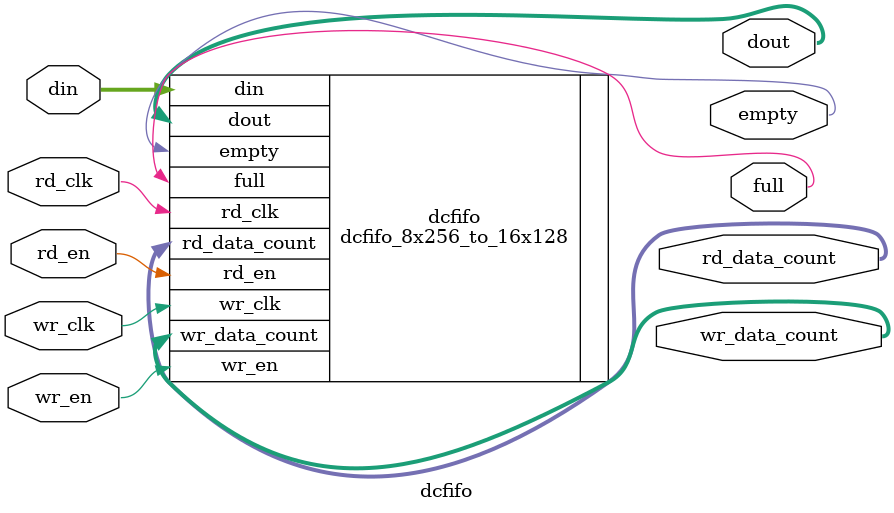
<source format=v>

module dcfifo(
input wire wr_clk,
input wire rd_clk,
input wire [7:0] din,
input wire wr_en,
input wire rd_en,

output wire [15:0] dout,
output wire full,
output wire empty,
output wire [6:0] rd_data_count,
output wire [7:0] wr_data_count
    );

dcfifo_8x256_to_16x128  dcfifo(
  .wr_clk(wr_clk),                // input wire wr_clk
  .rd_clk(rd_clk),                // input wire rd_clk
  .din(din),                      // input wire [7 : 0] din
  .wr_en(wr_en),                  // input wire wr_en
  .rd_en(rd_en),                  // input wire rd_en
  .dout(dout),                    // output wire [15 : 0] dout
  .full(full),                    // output wire full
  .empty(empty),                  // output wire empty
  .rd_data_count(rd_data_count),  // output wire [6 : 0] rd_data_count
  .wr_data_count(wr_data_count)  // output wire [7 : 0] wr_data_count
);


endmodule

</source>
